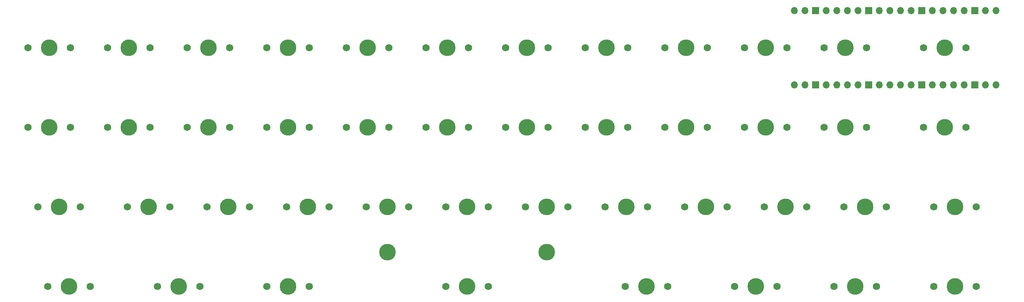
<source format=gbr>
%TF.GenerationSoftware,KiCad,Pcbnew,7.0.9*%
%TF.CreationDate,2024-02-13T22:10:24+01:00*%
%TF.ProjectId,bratski_keyboard,62726174-736b-4695-9f6b-6579626f6172,rev?*%
%TF.SameCoordinates,Original*%
%TF.FileFunction,Soldermask,Top*%
%TF.FilePolarity,Negative*%
%FSLAX46Y46*%
G04 Gerber Fmt 4.6, Leading zero omitted, Abs format (unit mm)*
G04 Created by KiCad (PCBNEW 7.0.9) date 2024-02-13 22:10:24*
%MOMM*%
%LPD*%
G01*
G04 APERTURE LIST*
%ADD10C,1.750000*%
%ADD11C,3.987800*%
%ADD12O,1.700000X1.700000*%
%ADD13R,1.700000X1.700000*%
G04 APERTURE END LIST*
D10*
%TO.C,SW42*%
X204311250Y-110490000D03*
D11*
X209391250Y-110490000D03*
D10*
X214471250Y-110490000D03*
%TD*%
%TO.C,SW9*%
X187642500Y-53340000D03*
D11*
X192722500Y-53340000D03*
D10*
X197802500Y-53340000D03*
%TD*%
%TO.C,SW5*%
X111442500Y-53340000D03*
D11*
X116522500Y-53340000D03*
D10*
X121602500Y-53340000D03*
%TD*%
%TO.C,SW24*%
X249555000Y-72390000D03*
D11*
X254635000Y-72390000D03*
D10*
X259715000Y-72390000D03*
%TD*%
%TO.C,SW17*%
X111442500Y-72390000D03*
D11*
X116522500Y-72390000D03*
D10*
X121602500Y-72390000D03*
%TD*%
%TO.C,SW27*%
X78105000Y-91440000D03*
D11*
X83185000Y-91440000D03*
D10*
X88265000Y-91440000D03*
%TD*%
%TO.C,SW30*%
X135255000Y-91440000D03*
D11*
X140335000Y-91440000D03*
D10*
X145415000Y-91440000D03*
%TD*%
%TO.C,SW39*%
X92392500Y-110490000D03*
D11*
X97472500Y-110490000D03*
D10*
X102552500Y-110490000D03*
%TD*%
%TO.C,SW6*%
X130492500Y-53340000D03*
D11*
X135572500Y-53340000D03*
D10*
X140652500Y-53340000D03*
%TD*%
%TO.C,SW11*%
X225742500Y-53340000D03*
D11*
X230822500Y-53340000D03*
D10*
X235902500Y-53340000D03*
%TD*%
%TO.C,SW13*%
X35242500Y-72390000D03*
D11*
X40322500Y-72390000D03*
D10*
X45402500Y-72390000D03*
%TD*%
%TO.C,SW35*%
X240665000Y-91440000D03*
D11*
X235585000Y-91440000D03*
D10*
X230505000Y-91440000D03*
%TD*%
%TO.C,SW44*%
X251936250Y-110490000D03*
D11*
X257016250Y-110490000D03*
D10*
X262096250Y-110490000D03*
%TD*%
%TO.C,SW38*%
X66198750Y-110490000D03*
D11*
X71278750Y-110490000D03*
D10*
X76358750Y-110490000D03*
%TD*%
%TO.C,SW29*%
X116205000Y-91440000D03*
D11*
X121285000Y-91440000D03*
D10*
X126365000Y-91440000D03*
%TD*%
%TO.C,SW22*%
X206692500Y-72390000D03*
D11*
X211772500Y-72390000D03*
D10*
X216852500Y-72390000D03*
%TD*%
%TO.C,SW31*%
X154305000Y-91440000D03*
D11*
X159385000Y-91440000D03*
D10*
X164465000Y-91440000D03*
%TD*%
%TO.C,SW1*%
X35242500Y-53340000D03*
D11*
X40322500Y-53340000D03*
D10*
X45402500Y-53340000D03*
%TD*%
%TO.C,SW10*%
X206692500Y-53340000D03*
D11*
X211772500Y-53340000D03*
D10*
X216852500Y-53340000D03*
%TD*%
%TO.C,SW19*%
X149542500Y-72390000D03*
D11*
X154622500Y-72390000D03*
D10*
X159702500Y-72390000D03*
%TD*%
%TO.C,SW37*%
X40005000Y-110490000D03*
D11*
X45085000Y-110490000D03*
D10*
X50165000Y-110490000D03*
%TD*%
%TO.C,SW18*%
X130492500Y-72390000D03*
D11*
X135572500Y-72390000D03*
D10*
X140652500Y-72390000D03*
%TD*%
%TO.C,SW12*%
X249555000Y-53340000D03*
D11*
X254635000Y-53340000D03*
D10*
X259715000Y-53340000D03*
%TD*%
%TO.C,SW8*%
X168592500Y-53340000D03*
D11*
X173672500Y-53340000D03*
D10*
X178752500Y-53340000D03*
%TD*%
%TO.C,SW21*%
X187642500Y-72390000D03*
D11*
X192722500Y-72390000D03*
D10*
X197802500Y-72390000D03*
%TD*%
%TO.C,SW43*%
X228123750Y-110490000D03*
D11*
X233203750Y-110490000D03*
D10*
X238283750Y-110490000D03*
%TD*%
%TO.C,SW16*%
X92392500Y-72390000D03*
D11*
X97472500Y-72390000D03*
D10*
X102552500Y-72390000D03*
%TD*%
%TO.C,SW3*%
X73342500Y-53340000D03*
D11*
X78422500Y-53340000D03*
D10*
X83502500Y-53340000D03*
%TD*%
%TO.C,SW40*%
X135255000Y-110490000D03*
D11*
X140335000Y-110490000D03*
D10*
X145415000Y-110490000D03*
%TD*%
%TO.C,SW25*%
X37623750Y-91440000D03*
D11*
X42703750Y-91440000D03*
D10*
X47783750Y-91440000D03*
%TD*%
%TO.C,SW36*%
X251936250Y-91440000D03*
D11*
X257016250Y-91440000D03*
D10*
X262096250Y-91440000D03*
%TD*%
%TO.C,SW32*%
X173355000Y-91440000D03*
D11*
X178435000Y-91440000D03*
D10*
X183515000Y-91440000D03*
%TD*%
%TO.C,SW4*%
X92392500Y-53340000D03*
D11*
X97472500Y-53340000D03*
D10*
X102552500Y-53340000D03*
%TD*%
%TO.C,SW15*%
X73342500Y-72390000D03*
D11*
X78422500Y-72390000D03*
D10*
X83502500Y-72390000D03*
%TD*%
%TO.C,SW23*%
X225742500Y-72390000D03*
D11*
X230822500Y-72390000D03*
D10*
X235902500Y-72390000D03*
%TD*%
%TO.C,SW2*%
X54292500Y-53340000D03*
D11*
X59372500Y-53340000D03*
D10*
X64452500Y-53340000D03*
%TD*%
%TO.C,SW26*%
X59055000Y-91440000D03*
D11*
X64135000Y-91440000D03*
D10*
X69215000Y-91440000D03*
%TD*%
%TO.C,SW14*%
X54292500Y-72390000D03*
D11*
X59372500Y-72390000D03*
D10*
X64452500Y-72390000D03*
%TD*%
%TO.C,SW20*%
X168592500Y-72390000D03*
D11*
X173672500Y-72390000D03*
D10*
X178752500Y-72390000D03*
%TD*%
%TO.C,SW34*%
X211455000Y-91440000D03*
D11*
X216535000Y-91440000D03*
D10*
X221615000Y-91440000D03*
%TD*%
%TO.C,SW33*%
X192405000Y-91440000D03*
D11*
X197485000Y-91440000D03*
D10*
X202565000Y-91440000D03*
%TD*%
%TO.C,SW28*%
X97155000Y-91440000D03*
D11*
X102235000Y-91440000D03*
D10*
X107315000Y-91440000D03*
%TD*%
%TO.C,SW41*%
X178117500Y-110490000D03*
D11*
X183197500Y-110490000D03*
D10*
X188277500Y-110490000D03*
%TD*%
D11*
%TO.C,S1*%
X159385000Y-102235000D03*
X121285000Y-102235000D03*
%TD*%
D10*
%TO.C,SW7*%
X149542500Y-53340000D03*
D11*
X154622500Y-53340000D03*
D10*
X159702500Y-53340000D03*
%TD*%
D12*
%TO.C,U1*%
X266858750Y-62230000D03*
X264318750Y-62230000D03*
D13*
X261778750Y-62230000D03*
D12*
X259238750Y-62230000D03*
X256698750Y-62230000D03*
X254158750Y-62230000D03*
X251618750Y-62230000D03*
D13*
X249078750Y-62230000D03*
D12*
X246538750Y-62230000D03*
X243998750Y-62230000D03*
X241458750Y-62230000D03*
X238918750Y-62230000D03*
D13*
X236378750Y-62230000D03*
D12*
X233838750Y-62230000D03*
X231298750Y-62230000D03*
X228758750Y-62230000D03*
X226218750Y-62230000D03*
D13*
X223678750Y-62230000D03*
D12*
X221138750Y-62230000D03*
X218598750Y-62230000D03*
X218598750Y-44450000D03*
X221138750Y-44450000D03*
D13*
X223678750Y-44450000D03*
D12*
X226218750Y-44450000D03*
X228758750Y-44450000D03*
X231298750Y-44450000D03*
X233838750Y-44450000D03*
D13*
X236378750Y-44450000D03*
D12*
X238918750Y-44450000D03*
X241458750Y-44450000D03*
X243998750Y-44450000D03*
X246538750Y-44450000D03*
D13*
X249078750Y-44450000D03*
D12*
X251618750Y-44450000D03*
X254158750Y-44450000D03*
X256698750Y-44450000D03*
X259238750Y-44450000D03*
D13*
X261778750Y-44450000D03*
D12*
X264318750Y-44450000D03*
X266858750Y-44450000D03*
%TD*%
M02*

</source>
